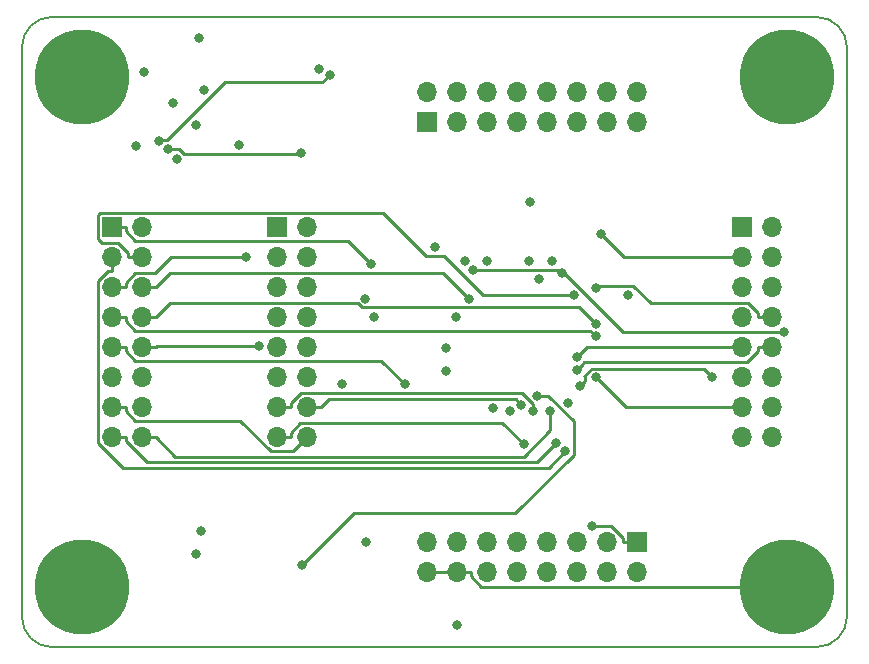
<source format=gbr>
%TF.GenerationSoftware,KiCad,Pcbnew,(5.0.0)*%
%TF.CreationDate,2019-01-27T03:15:10+01:00*%
%TF.ProjectId,AtmegaBreakout,41746D656761427265616B6F75742E6B,rev?*%
%TF.SameCoordinates,Original*%
%TF.FileFunction,Copper,L3,Inr,Signal*%
%TF.FilePolarity,Positive*%
%FSLAX46Y46*%
G04 Gerber Fmt 4.6, Leading zero omitted, Abs format (unit mm)*
G04 Created by KiCad (PCBNEW (5.0.0)) date 01/27/19 03:15:10*
%MOMM*%
%LPD*%
G01*
G04 APERTURE LIST*
%ADD10C,0.200000*%
%ADD11C,8.000000*%
%ADD12R,1.700000X1.700000*%
%ADD13O,1.700000X1.700000*%
%ADD14C,0.800000*%
%ADD15C,0.250000*%
G04 APERTURE END LIST*
D10*
X142240000Y-58420000D02*
X142240000Y-106680000D01*
X74930000Y-55880000D02*
X139700000Y-55880000D01*
X72390000Y-106680000D02*
X72390000Y-58420000D01*
X139700000Y-109220000D02*
X74930000Y-109220000D01*
X72390000Y-58420000D02*
G75*
G02X74930000Y-55880000I2540000J0D01*
G01*
X74930000Y-109220000D02*
G75*
G02X72390000Y-106680000I0J2540000D01*
G01*
X142240000Y-106680000D02*
G75*
G02X139700000Y-109220000I-2540000J0D01*
G01*
X139700000Y-55880000D02*
G75*
G02X142240000Y-58420000I0J-2540000D01*
G01*
D11*
X137160000Y-104140000D03*
X137160000Y-60960000D03*
X77470000Y-104140000D03*
X77470000Y-60960000D03*
D12*
X106680000Y-64770000D03*
D13*
X106680000Y-62230000D03*
X109220000Y-64770000D03*
X109220000Y-62230000D03*
X111760000Y-64770000D03*
X111760000Y-62230000D03*
X114300000Y-64770000D03*
X114300000Y-62230000D03*
X116840000Y-64770000D03*
X116840000Y-62230000D03*
X119380000Y-64770000D03*
X119380000Y-62230000D03*
X121920000Y-64770000D03*
X121920000Y-62230000D03*
X124460000Y-64770000D03*
X124460000Y-62230000D03*
D12*
X80010000Y-73660000D03*
D13*
X82550000Y-73660000D03*
X80010000Y-76200000D03*
X82550000Y-76200000D03*
X80010000Y-78740000D03*
X82550000Y-78740000D03*
X80010000Y-81280000D03*
X82550000Y-81280000D03*
X80010000Y-83820000D03*
X82550000Y-83820000D03*
X80010000Y-86360000D03*
X82550000Y-86360000D03*
X80010000Y-88900000D03*
X82550000Y-88900000D03*
X80010000Y-91440000D03*
X82550000Y-91440000D03*
D12*
X93980000Y-73660000D03*
D13*
X96520000Y-73660000D03*
X93980000Y-76200000D03*
X96520000Y-76200000D03*
X93980000Y-78740000D03*
X96520000Y-78740000D03*
X93980000Y-81280000D03*
X96520000Y-81280000D03*
X93980000Y-83820000D03*
X96520000Y-83820000D03*
X93980000Y-86360000D03*
X96520000Y-86360000D03*
X93980000Y-88900000D03*
X96520000Y-88900000D03*
X93980000Y-91440000D03*
X96520000Y-91440000D03*
D12*
X133350000Y-73660000D03*
D13*
X135890000Y-73660000D03*
X133350000Y-76200000D03*
X135890000Y-76200000D03*
X133350000Y-78740000D03*
X135890000Y-78740000D03*
X133350000Y-81280000D03*
X135890000Y-81280000D03*
X133350000Y-83820000D03*
X135890000Y-83820000D03*
X133350000Y-86360000D03*
X135890000Y-86360000D03*
X133350000Y-88900000D03*
X135890000Y-88900000D03*
X133350000Y-91440000D03*
X135890000Y-91440000D03*
D12*
X124460000Y-100330000D03*
D13*
X124460000Y-102870000D03*
X121920000Y-100330000D03*
X121920000Y-102870000D03*
X119380000Y-100330000D03*
X119380000Y-102870000D03*
X116840000Y-100330000D03*
X116840000Y-102870000D03*
X114300000Y-100330000D03*
X114300000Y-102870000D03*
X111760000Y-100330000D03*
X111760000Y-102870000D03*
X109220000Y-100330000D03*
X109220000Y-102870000D03*
X106680000Y-100330000D03*
X106680000Y-102870000D03*
D14*
X102196100Y-81280000D03*
X92439300Y-83725300D03*
X136933700Y-82550000D03*
X110550800Y-77308400D03*
X118132500Y-77548000D03*
X82721900Y-60574100D03*
X116040600Y-87969100D03*
X96137000Y-102278700D03*
X109261200Y-107352800D03*
X112268400Y-88959300D03*
X111768000Y-76563200D03*
X109870600Y-76565000D03*
X104808300Y-86974000D03*
X120985800Y-81895900D03*
X120973800Y-82909900D03*
X110237500Y-79730100D03*
X91337500Y-76200000D03*
X109130100Y-81307100D03*
X118643000Y-88586100D03*
X119118400Y-79409200D03*
X118378300Y-92643500D03*
X101939300Y-76808500D03*
X87835700Y-62055600D03*
X101477800Y-79748800D03*
X108319200Y-83893000D03*
X99524700Y-86971700D03*
X101552900Y-100316400D03*
X115674700Y-89238700D03*
X114667800Y-88694500D03*
X114866200Y-92051200D03*
X120992200Y-86393000D03*
X130810000Y-86360000D03*
X119634000Y-87122000D03*
X119380000Y-85725000D03*
X119431300Y-84644000D03*
X120987000Y-78790800D03*
X121408400Y-74228300D03*
X120643000Y-98934500D03*
X123698900Y-79393000D03*
X113755100Y-89235000D03*
X108327900Y-85893000D03*
X117628500Y-91964600D03*
X117143000Y-89207900D03*
X107330800Y-75341200D03*
X115394800Y-71544100D03*
X115348100Y-76563200D03*
X116136500Y-78058600D03*
X117299200Y-76569200D03*
X87140000Y-101344300D03*
X84727500Y-67029700D03*
X96003400Y-67417700D03*
X85210500Y-63165700D03*
X82083500Y-66826200D03*
X87122000Y-65024000D03*
X87376000Y-57658000D03*
X97519400Y-60289700D03*
X85541300Y-67933300D03*
X98438600Y-60815100D03*
X83972700Y-66348700D03*
X87560900Y-99395700D03*
X90801400Y-66702800D03*
D15*
X92439300Y-83725300D02*
X83820000Y-83725300D01*
X83820000Y-83725300D02*
X83725300Y-83820000D01*
X82550000Y-83820000D02*
X83725300Y-83820000D01*
X106680000Y-102870000D02*
X109220000Y-102870000D01*
X110395300Y-102870000D02*
X110395300Y-103237300D01*
X110395300Y-103237300D02*
X111298000Y-104140000D01*
X111298000Y-104140000D02*
X137160000Y-104140000D01*
X109220000Y-102870000D02*
X110395300Y-102870000D01*
X136933700Y-82550000D02*
X123285000Y-82550000D01*
X123285000Y-82550000D02*
X118283000Y-77548000D01*
X118283000Y-77548000D02*
X118132500Y-77548000D01*
X118132500Y-77548000D02*
X117892900Y-77308400D01*
X117892900Y-77308400D02*
X110550800Y-77308400D01*
X80010000Y-88900000D02*
X81185300Y-88900000D01*
X96520000Y-91440000D02*
X95324800Y-92635200D01*
X95324800Y-92635200D02*
X93458800Y-92635200D01*
X93458800Y-92635200D02*
X90898900Y-90075300D01*
X90898900Y-90075300D02*
X81993200Y-90075300D01*
X81993200Y-90075300D02*
X81185300Y-89267400D01*
X81185300Y-89267400D02*
X81185300Y-88900000D01*
X96137000Y-102278700D02*
X100523900Y-97891800D01*
X100523900Y-97891800D02*
X114165200Y-97891800D01*
X114165200Y-97891800D02*
X119114500Y-92942500D01*
X119114500Y-92942500D02*
X119114500Y-90123600D01*
X119114500Y-90123600D02*
X116960000Y-87969100D01*
X116960000Y-87969100D02*
X116040600Y-87969100D01*
X81185300Y-83820000D02*
X81185300Y-84187400D01*
X81185300Y-84187400D02*
X81993200Y-84995300D01*
X81993200Y-84995300D02*
X102829600Y-84995300D01*
X102829600Y-84995300D02*
X104808300Y-86974000D01*
X80010000Y-83820000D02*
X81185300Y-83820000D01*
X82550000Y-81280000D02*
X83725300Y-81280000D01*
X83725300Y-81280000D02*
X84900600Y-80104700D01*
X84900600Y-80104700D02*
X100808000Y-80104700D01*
X100808000Y-80104700D02*
X101177400Y-80474100D01*
X101177400Y-80474100D02*
X119564000Y-80474100D01*
X119564000Y-80474100D02*
X120985800Y-81895900D01*
X80010000Y-81280000D02*
X81185300Y-81280000D01*
X81185300Y-81280000D02*
X81185300Y-81647400D01*
X81185300Y-81647400D02*
X81993200Y-82455300D01*
X81993200Y-82455300D02*
X120519200Y-82455300D01*
X120519200Y-82455300D02*
X120973800Y-82909900D01*
X82550000Y-78740000D02*
X83725300Y-78740000D01*
X83725300Y-78740000D02*
X84900600Y-77564700D01*
X84900600Y-77564700D02*
X108072100Y-77564700D01*
X108072100Y-77564700D02*
X110237500Y-79730100D01*
X81185300Y-78740000D02*
X81185300Y-78372600D01*
X81185300Y-78372600D02*
X81993200Y-77564700D01*
X81993200Y-77564700D02*
X83630700Y-77564700D01*
X83630700Y-77564700D02*
X84995400Y-76200000D01*
X84995400Y-76200000D02*
X91337500Y-76200000D01*
X80010000Y-78740000D02*
X81185300Y-78740000D01*
X119118400Y-79409200D02*
X111471100Y-79409200D01*
X111471100Y-79409200D02*
X108145000Y-76083100D01*
X108145000Y-76083100D02*
X106605400Y-76083100D01*
X106605400Y-76083100D02*
X103006900Y-72484600D01*
X103006900Y-72484600D02*
X78967400Y-72484600D01*
X78967400Y-72484600D02*
X78834600Y-72617400D01*
X78834600Y-72617400D02*
X78834600Y-74691100D01*
X78834600Y-74691100D02*
X79168200Y-75024700D01*
X79168200Y-75024700D02*
X80566800Y-75024700D01*
X80566800Y-75024700D02*
X81374700Y-75832600D01*
X81374700Y-75832600D02*
X81374700Y-76200000D01*
X82550000Y-76200000D02*
X81374700Y-76200000D01*
X80010000Y-76200000D02*
X80010000Y-77375300D01*
X80010000Y-77375300D02*
X79642700Y-77375300D01*
X79642700Y-77375300D02*
X78816000Y-78202000D01*
X78816000Y-78202000D02*
X78816000Y-91938300D01*
X78816000Y-91938300D02*
X80920800Y-94043100D01*
X80920800Y-94043100D02*
X116978700Y-94043100D01*
X116978700Y-94043100D02*
X118378300Y-92643500D01*
X81185300Y-73660000D02*
X81185300Y-74027400D01*
X81185300Y-74027400D02*
X81993200Y-74835300D01*
X81993200Y-74835300D02*
X99966100Y-74835300D01*
X99966100Y-74835300D02*
X101939300Y-76808500D01*
X80010000Y-73660000D02*
X81185300Y-73660000D01*
X93980000Y-88900000D02*
X95155300Y-88900000D01*
X115674700Y-89238700D02*
X115674700Y-88675600D01*
X115674700Y-88675600D02*
X114698400Y-87699300D01*
X114698400Y-87699300D02*
X95989500Y-87699300D01*
X95989500Y-87699300D02*
X95155300Y-88533500D01*
X95155300Y-88533500D02*
X95155300Y-88900000D01*
X96520000Y-88900000D02*
X97695300Y-88900000D01*
X114667800Y-88694500D02*
X114207300Y-88234000D01*
X114207300Y-88234000D02*
X98361300Y-88234000D01*
X98361300Y-88234000D02*
X97695300Y-88900000D01*
X93980000Y-91440000D02*
X95155300Y-91440000D01*
X95155300Y-91440000D02*
X95155300Y-91072600D01*
X95155300Y-91072600D02*
X95963200Y-90264700D01*
X95963200Y-90264700D02*
X113079700Y-90264700D01*
X113079700Y-90264700D02*
X114866200Y-92051200D01*
X133350000Y-88900000D02*
X123499200Y-88900000D01*
X123499200Y-88900000D02*
X120992200Y-86393000D01*
X120033999Y-86722001D02*
X119634000Y-87122000D01*
X120033999Y-86316197D02*
X120033999Y-86722001D01*
X120015000Y-86297198D02*
X120033999Y-86316197D01*
X120644199Y-85667999D02*
X120015000Y-86297198D01*
X130117999Y-85667999D02*
X120644199Y-85667999D01*
X130810000Y-86360000D02*
X130117999Y-85667999D01*
X119779999Y-85325001D02*
X119380000Y-85725000D01*
X135890000Y-83820000D02*
X134714700Y-83820000D01*
X134714700Y-83820000D02*
X134714700Y-84187300D01*
X134714700Y-84187300D02*
X133774100Y-85127900D01*
X133774100Y-85127900D02*
X120052900Y-85127900D01*
X120052900Y-85127900D02*
X120036651Y-85111651D01*
X119993349Y-85111651D02*
X119779999Y-85325001D01*
X120036651Y-85111651D02*
X119993349Y-85111651D01*
X119431300Y-84644000D02*
X120255300Y-83820000D01*
X120255300Y-83820000D02*
X133350000Y-83820000D01*
X134714700Y-81280000D02*
X134714700Y-80912600D01*
X134714700Y-80912600D02*
X133906800Y-80104700D01*
X133906800Y-80104700D02*
X125636100Y-80104700D01*
X125636100Y-80104700D02*
X124168800Y-78637400D01*
X124168800Y-78637400D02*
X121140400Y-78637400D01*
X121140400Y-78637400D02*
X120987000Y-78790800D01*
X135890000Y-81280000D02*
X134714700Y-81280000D01*
X133350000Y-76200000D02*
X123380100Y-76200000D01*
X123380100Y-76200000D02*
X121408400Y-74228300D01*
X123284700Y-100330000D02*
X123284700Y-99962700D01*
X123284700Y-99962700D02*
X122256500Y-98934500D01*
X122256500Y-98934500D02*
X120643000Y-98934500D01*
X124460000Y-100330000D02*
X123284700Y-100330000D01*
X80010000Y-91440000D02*
X81185300Y-91440000D01*
X81185300Y-91440000D02*
X81185300Y-91807300D01*
X81185300Y-91807300D02*
X82959800Y-93581800D01*
X82959800Y-93581800D02*
X116011300Y-93581800D01*
X116011300Y-93581800D02*
X117628500Y-91964600D01*
X82550000Y-91440000D02*
X83725300Y-91440000D01*
X83725300Y-91440000D02*
X85382200Y-93096900D01*
X85382200Y-93096900D02*
X114884200Y-93096900D01*
X114884200Y-93096900D02*
X117143000Y-90838100D01*
X117143000Y-90838100D02*
X117143000Y-89207900D01*
X96003400Y-67417700D02*
X95947300Y-67473800D01*
X95947300Y-67473800D02*
X86107600Y-67473800D01*
X86107600Y-67473800D02*
X85663500Y-67029700D01*
X85663500Y-67029700D02*
X84727500Y-67029700D01*
X83972700Y-66348700D02*
X84023300Y-66298100D01*
X84023300Y-66298100D02*
X84703300Y-66298100D01*
X84703300Y-66298100D02*
X89582300Y-61419100D01*
X89582300Y-61419100D02*
X97834600Y-61419100D01*
X97834600Y-61419100D02*
X98438600Y-60815100D01*
M02*

</source>
